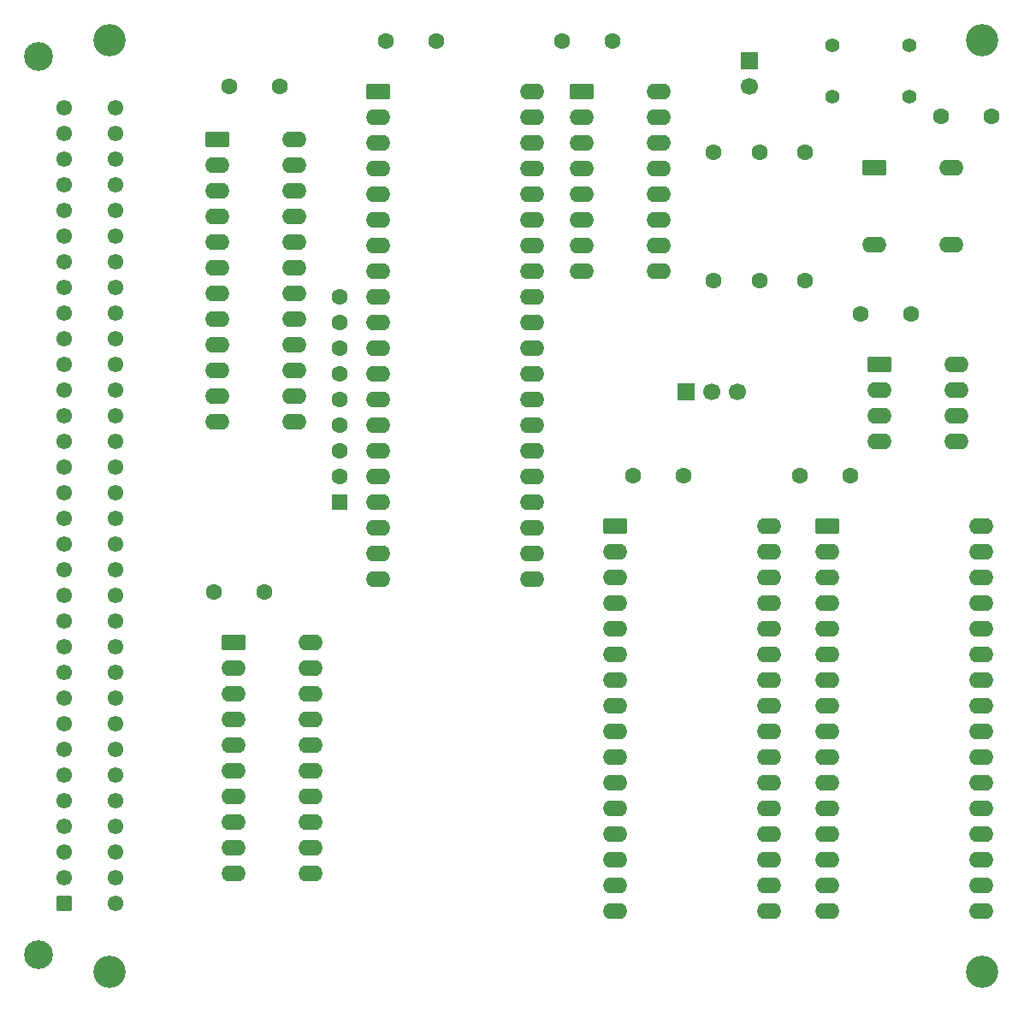
<source format=gts>
G04 #@! TF.GenerationSoftware,KiCad,Pcbnew,9.0.6*
G04 #@! TF.CreationDate,2026-01-24T19:03:13+11:00*
G04 #@! TF.ProjectId,MECB_8088_CPU,4d454342-5f38-4303-9838-5f4350552e6b,1.0*
G04 #@! TF.SameCoordinates,Original*
G04 #@! TF.FileFunction,Soldermask,Top*
G04 #@! TF.FilePolarity,Negative*
%FSLAX46Y46*%
G04 Gerber Fmt 4.6, Leading zero omitted, Abs format (unit mm)*
G04 Created by KiCad (PCBNEW 9.0.6) date 2026-01-24 19:03:13*
%MOMM*%
%LPD*%
G01*
G04 APERTURE LIST*
G04 Aperture macros list*
%AMRoundRect*
0 Rectangle with rounded corners*
0 $1 Rounding radius*
0 $2 $3 $4 $5 $6 $7 $8 $9 X,Y pos of 4 corners*
0 Add a 4 corners polygon primitive as box body*
4,1,4,$2,$3,$4,$5,$6,$7,$8,$9,$2,$3,0*
0 Add four circle primitives for the rounded corners*
1,1,$1+$1,$2,$3*
1,1,$1+$1,$4,$5*
1,1,$1+$1,$6,$7*
1,1,$1+$1,$8,$9*
0 Add four rect primitives between the rounded corners*
20,1,$1+$1,$2,$3,$4,$5,0*
20,1,$1+$1,$4,$5,$6,$7,0*
20,1,$1+$1,$6,$7,$8,$9,0*
20,1,$1+$1,$8,$9,$2,$3,0*%
G04 Aperture macros list end*
%ADD10C,3.200000*%
%ADD11C,2.850000*%
%ADD12RoundRect,0.249550X0.525450X-0.525450X0.525450X0.525450X-0.525450X0.525450X-0.525450X-0.525450X0*%
%ADD13C,1.550000*%
%ADD14C,1.397000*%
%ADD15C,1.600000*%
%ADD16RoundRect,0.250000X-0.950000X-0.550000X0.950000X-0.550000X0.950000X0.550000X-0.950000X0.550000X0*%
%ADD17O,2.400000X1.600000*%
%ADD18R,1.600000X1.600000*%
%ADD19R,1.700000X1.700000*%
%ADD20C,1.700000*%
G04 APERTURE END LIST*
D10*
X192532000Y-50419000D03*
X192532000Y-142621000D03*
X106172000Y-50419000D03*
X106172000Y-142621000D03*
D11*
X99187000Y-140970000D03*
X99187000Y-52070000D03*
D12*
X101727000Y-135890000D03*
D13*
X101727000Y-133350000D03*
X101727000Y-130810000D03*
X101727000Y-128270000D03*
X101727000Y-125730000D03*
X101727000Y-123190000D03*
X101727000Y-120650000D03*
X101727000Y-118110000D03*
X101727000Y-115570000D03*
X101727000Y-113030000D03*
X101727000Y-110490000D03*
X101727000Y-107950000D03*
X101727000Y-105410000D03*
X101727000Y-102870000D03*
X101727000Y-100330000D03*
X101727000Y-97790000D03*
X101727000Y-95250000D03*
X101727000Y-92710000D03*
X101727000Y-90170000D03*
X101727000Y-87630000D03*
X101727000Y-85090000D03*
X101727000Y-82550000D03*
X101727000Y-80010000D03*
X101727000Y-77470000D03*
X101727000Y-74930000D03*
X101727000Y-72390000D03*
X101727000Y-69850000D03*
X101727000Y-67310000D03*
X101727000Y-64770000D03*
X101727000Y-62230000D03*
X101727000Y-59690000D03*
X101727000Y-57150000D03*
X106807000Y-135890000D03*
X106807000Y-133350000D03*
X106807000Y-130810000D03*
X106807000Y-128270000D03*
X106807000Y-125730000D03*
X106807000Y-123190000D03*
X106807000Y-120650000D03*
X106807000Y-118110000D03*
X106807000Y-115570000D03*
X106807000Y-113030000D03*
X106807000Y-110490000D03*
X106807000Y-107950000D03*
X106807000Y-105410000D03*
X106807000Y-102870000D03*
X106807000Y-100330000D03*
X106807000Y-97790000D03*
X106807000Y-95250000D03*
X106807000Y-92710000D03*
X106807000Y-90170000D03*
X106807000Y-87630000D03*
X106807000Y-85090000D03*
X106807000Y-82550000D03*
X106807000Y-80010000D03*
X106807000Y-77470000D03*
X106807000Y-74930000D03*
X106807000Y-72390000D03*
X106807000Y-69850000D03*
X106807000Y-67310000D03*
X106807000Y-64770000D03*
X106807000Y-62230000D03*
X106807000Y-59690000D03*
X106807000Y-57150000D03*
D14*
X177690000Y-50920000D03*
X185310000Y-50920000D03*
X177690000Y-56000000D03*
X185310000Y-56000000D03*
D15*
X180500000Y-77500000D03*
X185500000Y-77500000D03*
D16*
X156260000Y-98500000D03*
D17*
X156260000Y-101040000D03*
X156260000Y-103580000D03*
X156260000Y-106120000D03*
X156260000Y-108660000D03*
X156260000Y-111200000D03*
X156260000Y-113740000D03*
X156260000Y-116280000D03*
X156260000Y-118820000D03*
X156260000Y-121360000D03*
X156260000Y-123900000D03*
X156260000Y-126440000D03*
X156260000Y-128980000D03*
X156260000Y-131520000D03*
X156260000Y-134060000D03*
X156260000Y-136600000D03*
X171500000Y-136600000D03*
X171500000Y-134060000D03*
X171500000Y-131520000D03*
X171500000Y-128980000D03*
X171500000Y-126440000D03*
X171500000Y-123900000D03*
X171500000Y-121360000D03*
X171500000Y-118820000D03*
X171500000Y-116280000D03*
X171500000Y-113740000D03*
X171500000Y-111200000D03*
X171500000Y-108660000D03*
X171500000Y-106120000D03*
X171500000Y-103580000D03*
X171500000Y-101040000D03*
X171500000Y-98500000D03*
D18*
X129000000Y-96120000D03*
D15*
X129000000Y-93580000D03*
X129000000Y-91040000D03*
X129000000Y-88500000D03*
X129000000Y-85960000D03*
X129000000Y-83420000D03*
X129000000Y-80880000D03*
X129000000Y-78340000D03*
X129000000Y-75800000D03*
X158000000Y-93500000D03*
X163000000Y-93500000D03*
X174500000Y-93500000D03*
X179500000Y-93500000D03*
D16*
X116880000Y-60260000D03*
D17*
X116880000Y-62800000D03*
X116880000Y-65340000D03*
X116880000Y-67880000D03*
X116880000Y-70420000D03*
X116880000Y-72960000D03*
X116880000Y-75500000D03*
X116880000Y-78040000D03*
X116880000Y-80580000D03*
X116880000Y-83120000D03*
X116880000Y-85660000D03*
X116880000Y-88200000D03*
X124500000Y-88200000D03*
X124500000Y-85660000D03*
X124500000Y-83120000D03*
X124500000Y-80580000D03*
X124500000Y-78040000D03*
X124500000Y-75500000D03*
X124500000Y-72960000D03*
X124500000Y-70420000D03*
X124500000Y-67880000D03*
X124500000Y-65340000D03*
X124500000Y-62800000D03*
X124500000Y-60260000D03*
D19*
X169500000Y-52420000D03*
D20*
X169500000Y-54960000D03*
D16*
X182380000Y-82500000D03*
D17*
X182380000Y-85040000D03*
X182380000Y-87580000D03*
X182380000Y-90120000D03*
X190000000Y-90120000D03*
X190000000Y-87580000D03*
X190000000Y-85040000D03*
X190000000Y-82500000D03*
D15*
X188500000Y-58000000D03*
X193500000Y-58000000D03*
D16*
X181880000Y-63000000D03*
D17*
X181880000Y-70620000D03*
X189500000Y-70620000D03*
X189500000Y-63000000D03*
D15*
X118000000Y-55000000D03*
X123000000Y-55000000D03*
X116500000Y-105000000D03*
X121500000Y-105000000D03*
X166000000Y-61500000D03*
X166000000Y-74200000D03*
D16*
X177260000Y-98500000D03*
D17*
X177260000Y-101040000D03*
X177260000Y-103580000D03*
X177260000Y-106120000D03*
X177260000Y-108660000D03*
X177260000Y-111200000D03*
X177260000Y-113740000D03*
X177260000Y-116280000D03*
X177260000Y-118820000D03*
X177260000Y-121360000D03*
X177260000Y-123900000D03*
X177260000Y-126440000D03*
X177260000Y-128980000D03*
X177260000Y-131520000D03*
X177260000Y-134060000D03*
X177260000Y-136600000D03*
X192500000Y-136600000D03*
X192500000Y-134060000D03*
X192500000Y-131520000D03*
X192500000Y-128980000D03*
X192500000Y-126440000D03*
X192500000Y-123900000D03*
X192500000Y-121360000D03*
X192500000Y-118820000D03*
X192500000Y-116280000D03*
X192500000Y-113740000D03*
X192500000Y-111200000D03*
X192500000Y-108660000D03*
X192500000Y-106120000D03*
X192500000Y-103580000D03*
X192500000Y-101040000D03*
X192500000Y-98500000D03*
D16*
X118500000Y-110000000D03*
D17*
X118500000Y-112540000D03*
X118500000Y-115080000D03*
X118500000Y-117620000D03*
X118500000Y-120160000D03*
X118500000Y-122700000D03*
X118500000Y-125240000D03*
X118500000Y-127780000D03*
X118500000Y-130320000D03*
X118500000Y-132860000D03*
X126120000Y-132860000D03*
X126120000Y-130320000D03*
X126120000Y-127780000D03*
X126120000Y-125240000D03*
X126120000Y-122700000D03*
X126120000Y-120160000D03*
X126120000Y-117620000D03*
X126120000Y-115080000D03*
X126120000Y-112540000D03*
X126120000Y-110000000D03*
D15*
X156000000Y-50500000D03*
X151000000Y-50500000D03*
D16*
X132760000Y-55500000D03*
D17*
X132760000Y-58040000D03*
X132760000Y-60580000D03*
X132760000Y-63120000D03*
X132760000Y-65660000D03*
X132760000Y-68200000D03*
X132760000Y-70740000D03*
X132760000Y-73280000D03*
X132760000Y-75820000D03*
X132760000Y-78360000D03*
X132760000Y-80900000D03*
X132760000Y-83440000D03*
X132760000Y-85980000D03*
X132760000Y-88520000D03*
X132760000Y-91060000D03*
X132760000Y-93600000D03*
X132760000Y-96140000D03*
X132760000Y-98680000D03*
X132760000Y-101220000D03*
X132760000Y-103760000D03*
X148000000Y-103760000D03*
X148000000Y-101220000D03*
X148000000Y-98680000D03*
X148000000Y-96140000D03*
X148000000Y-93600000D03*
X148000000Y-91060000D03*
X148000000Y-88520000D03*
X148000000Y-85980000D03*
X148000000Y-83440000D03*
X148000000Y-80900000D03*
X148000000Y-78360000D03*
X148000000Y-75820000D03*
X148000000Y-73280000D03*
X148000000Y-70740000D03*
X148000000Y-68200000D03*
X148000000Y-65660000D03*
X148000000Y-63120000D03*
X148000000Y-60580000D03*
X148000000Y-58040000D03*
X148000000Y-55500000D03*
D15*
X170500000Y-61500000D03*
X170500000Y-74200000D03*
D16*
X152880000Y-55500000D03*
D17*
X152880000Y-58040000D03*
X152880000Y-60580000D03*
X152880000Y-63120000D03*
X152880000Y-65660000D03*
X152880000Y-68200000D03*
X152880000Y-70740000D03*
X152880000Y-73280000D03*
X160500000Y-73280000D03*
X160500000Y-70740000D03*
X160500000Y-68200000D03*
X160500000Y-65660000D03*
X160500000Y-63120000D03*
X160500000Y-60580000D03*
X160500000Y-58040000D03*
X160500000Y-55500000D03*
D19*
X163230000Y-85230000D03*
D20*
X165770000Y-85230000D03*
X168310000Y-85230000D03*
D15*
X133500000Y-50500000D03*
X138500000Y-50500000D03*
X175000000Y-61500000D03*
X175000000Y-74200000D03*
M02*

</source>
